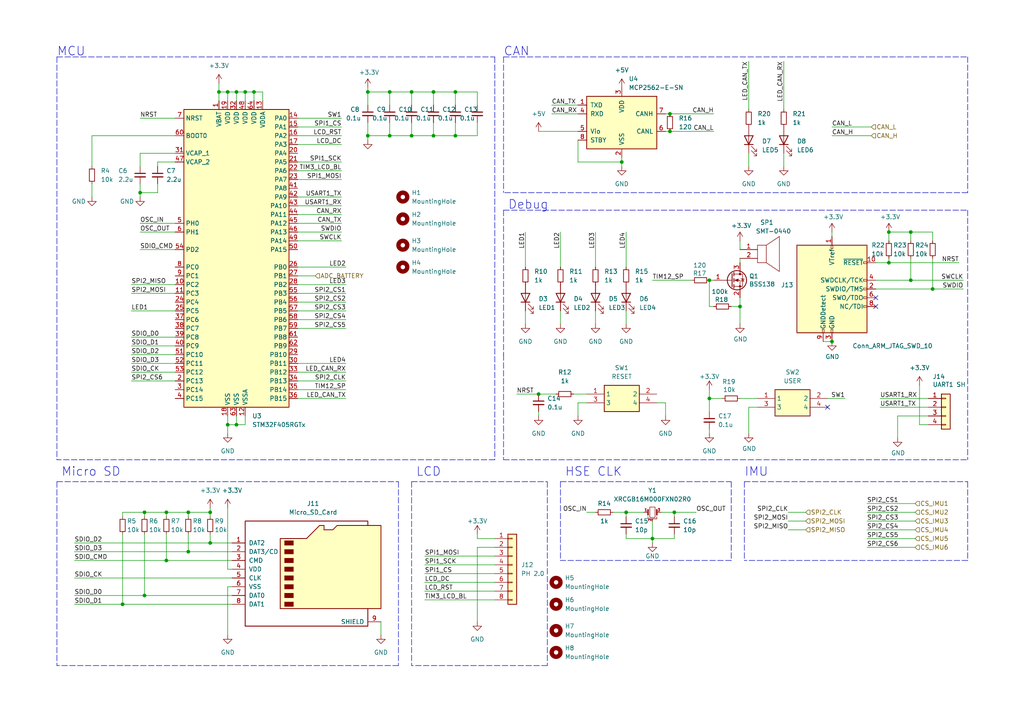
<source format=kicad_sch>
(kicad_sch (version 20231120) (generator "eeschema") (generator_version "8.0")
  (paper "A4")
  (junction (at 270.51 83.82))
  (junction (at 66.04 123.19))
  (junction (at 35.56 175.26))
  (junction (at 113.03 39.37))
  (junction (at 132.08 26.67))
  (junction (at 41.91 148.59))
  (junction (at 41.91 172.72))
  (junction (at 194.31 33.02))
  (junction (at 181.61 148.59))
  (junction (at 73.66 26.67))
  (junction (at 68.58 26.67))
  (junction (at 214.63 88.9))
  (junction (at 257.81 67.31))
  (junction (at 106.68 39.37))
  (junction (at 125.73 26.67))
  (junction (at 264.16 67.31))
  (junction (at 48.26 162.56))
  (junction (at 156.21 114.3))
  (junction (at 60.96 157.48))
  (junction (at 195.58 148.59))
  (junction (at 66.04 26.67))
  (junction (at 119.38 39.37))
  (junction (at 125.73 39.37))
  (junction (at 40.64 55.88))
  (junction (at 205.74 81.28))
  (junction (at 54.61 148.59))
  (junction (at 113.03 26.67))
  (junction (at 68.58 123.19))
  (junction (at 60.96 148.59))
  (junction (at 119.38 26.67))
  (junction (at 132.08 39.37))
  (junction (at 241.3 99.06))
  (junction (at 194.31 38.1))
  (junction (at 180.34 46.99))
  (junction (at 63.5 26.67))
  (junction (at 205.74 115.57))
  (junction (at 189.23 156.21))
  (junction (at 257.81 76.2))
  (junction (at 71.12 26.67))
  (junction (at 48.26 148.59))
  (junction (at 106.68 26.67))
  (junction (at 264.16 81.28))
  (junction (at 54.61 160.02))
  (no_connect (at 254 86.36))
  (no_connect (at 254 88.9))
  (no_connect (at 240.03 118.11))
  (wire (pts (xy 138.43 180.34) (xy 138.43 158.75)))
  (wire (pts (xy 167.64 116.84) (xy 170.18 116.84)))
  (wire (pts (xy 106.68 26.67) (xy 106.68 30.48)))
  (polyline (pts (xy 158.75 139.7) (xy 158.75 193.04)) (stroke (width 0) (type dash)))
  (wire (pts (xy 228.6 148.59) (xy 233.68 148.59)))
  (wire (pts (xy 26.67 39.37) (xy 50.8 39.37)))
  (wire (pts (xy 41.91 172.72) (xy 41.91 154.94)))
  (wire (pts (xy 73.66 26.67) (xy 73.66 29.21)))
  (wire (pts (xy 205.74 88.9) (xy 205.74 81.28)))
  (wire (pts (xy 251.46 153.67) (xy 265.43 153.67)))
  (wire (pts (xy 76.2 29.21) (xy 76.2 26.67)))
  (wire (pts (xy 167.64 46.99) (xy 180.34 46.99)))
  (wire (pts (xy 66.04 184.15) (xy 66.04 170.18)))
  (wire (pts (xy 217.17 44.45) (xy 217.17 48.26)))
  (wire (pts (xy 260.35 120.65) (xy 260.35 127)))
  (wire (pts (xy 186.69 148.59) (xy 181.61 148.59)))
  (wire (pts (xy 205.74 113.03) (xy 205.74 115.57)))
  (wire (pts (xy 138.43 39.37) (xy 132.08 39.37)))
  (wire (pts (xy 172.72 90.17) (xy 172.72 93.98)))
  (wire (pts (xy 21.59 175.26) (xy 35.56 175.26)))
  (wire (pts (xy 217.17 125.73) (xy 217.17 118.11)))
  (wire (pts (xy 125.73 26.67) (xy 125.73 30.48)))
  (wire (pts (xy 181.61 67.31) (xy 181.61 77.47)))
  (wire (pts (xy 86.36 41.91) (xy 99.06 41.91)))
  (wire (pts (xy 86.36 95.25) (xy 100.33 95.25)))
  (wire (pts (xy 40.64 55.88) (xy 45.72 55.88)))
  (wire (pts (xy 50.8 44.45) (xy 40.64 44.45)))
  (wire (pts (xy 138.43 154.94) (xy 138.43 156.21)))
  (wire (pts (xy 123.19 171.45) (xy 143.51 171.45)))
  (wire (pts (xy 86.36 64.77) (xy 99.06 64.77)))
  (wire (pts (xy 45.72 48.26) (xy 45.72 46.99)))
  (wire (pts (xy 86.36 52.07) (xy 99.06 52.07)))
  (wire (pts (xy 123.19 161.29) (xy 143.51 161.29)))
  (wire (pts (xy 251.46 158.75) (xy 265.43 158.75)))
  (wire (pts (xy 71.12 26.67) (xy 73.66 26.67)))
  (wire (pts (xy 241.3 99.06) (xy 238.76 99.06)))
  (wire (pts (xy 214.63 74.93) (xy 214.63 76.2)))
  (wire (pts (xy 162.56 90.17) (xy 162.56 93.98)))
  (wire (pts (xy 266.7 123.19) (xy 266.7 111.76)))
  (wire (pts (xy 66.04 165.1) (xy 66.04 147.32)))
  (wire (pts (xy 100.33 107.95) (xy 86.36 107.95)))
  (wire (pts (xy 205.74 124.46) (xy 205.74 125.73)))
  (wire (pts (xy 270.51 74.93) (xy 270.51 83.82)))
  (polyline (pts (xy 146.05 60.96) (xy 146.05 102.87)) (stroke (width 0) (type dash)))
  (wire (pts (xy 214.63 69.85) (xy 214.63 72.39)))
  (wire (pts (xy 60.96 147.32) (xy 60.96 148.59)))
  (polyline (pts (xy 162.56 139.7) (xy 212.09 139.7)) (stroke (width 0) (type dash)))
  (wire (pts (xy 195.58 148.59) (xy 201.93 148.59)))
  (wire (pts (xy 270.51 67.31) (xy 264.16 67.31)))
  (wire (pts (xy 166.37 114.3) (xy 170.18 114.3)))
  (polyline (pts (xy 212.09 139.7) (xy 212.09 162.56)) (stroke (width 0) (type dash)))
  (wire (pts (xy 86.36 92.71) (xy 100.33 92.71)))
  (wire (pts (xy 138.43 156.21) (xy 143.51 156.21)))
  (wire (pts (xy 195.58 148.59) (xy 195.58 149.86)))
  (wire (pts (xy 38.1 105.41) (xy 50.8 105.41)))
  (wire (pts (xy 100.33 115.57) (xy 86.36 115.57)))
  (wire (pts (xy 214.63 88.9) (xy 214.63 93.98)))
  (wire (pts (xy 205.74 81.28) (xy 207.01 81.28)))
  (wire (pts (xy 193.04 116.84) (xy 190.5 116.84)))
  (wire (pts (xy 123.19 168.91) (xy 143.51 168.91)))
  (wire (pts (xy 48.26 149.86) (xy 48.26 148.59)))
  (wire (pts (xy 170.18 148.59) (xy 172.72 148.59)))
  (wire (pts (xy 217.17 17.78) (xy 217.17 31.75)))
  (wire (pts (xy 252.73 39.37) (xy 241.3 39.37)))
  (polyline (pts (xy 280.67 139.7) (xy 280.67 162.56)) (stroke (width 0) (type dash)))
  (wire (pts (xy 38.1 85.09) (xy 50.8 85.09)))
  (polyline (pts (xy 119.38 139.7) (xy 119.38 193.04)) (stroke (width 0) (type dash)))
  (wire (pts (xy 35.56 149.86) (xy 35.56 148.59)))
  (polyline (pts (xy 146.05 16.51) (xy 280.67 16.51)) (stroke (width 0) (type dash)))
  (wire (pts (xy 86.36 59.69) (xy 99.06 59.69)))
  (wire (pts (xy 189.23 151.13) (xy 189.23 156.21)))
  (wire (pts (xy 54.61 160.02) (xy 54.61 154.94)))
  (wire (pts (xy 251.46 146.05) (xy 265.43 146.05)))
  (wire (pts (xy 138.43 35.56) (xy 138.43 39.37)))
  (wire (pts (xy 241.3 67.31) (xy 241.3 68.58)))
  (wire (pts (xy 26.67 53.34) (xy 26.67 57.15)))
  (wire (pts (xy 113.03 26.67) (xy 113.03 30.48)))
  (polyline (pts (xy 212.09 162.56) (xy 162.56 162.56)) (stroke (width 0) (type dash)))
  (wire (pts (xy 66.04 170.18) (xy 67.31 170.18)))
  (wire (pts (xy 86.36 77.47) (xy 100.33 77.47)))
  (polyline (pts (xy 215.9 139.7) (xy 280.67 139.7)) (stroke (width 0) (type dash)))
  (wire (pts (xy 123.19 163.83) (xy 143.51 163.83)))
  (polyline (pts (xy 215.9 139.7) (xy 215.9 162.56)) (stroke (width 0) (type dash)))
  (wire (pts (xy 152.4 90.17) (xy 152.4 93.98)))
  (wire (pts (xy 125.73 35.56) (xy 125.73 39.37)))
  (wire (pts (xy 86.36 87.63) (xy 100.33 87.63)))
  (wire (pts (xy 86.36 82.55) (xy 100.33 82.55)))
  (wire (pts (xy 180.34 46.99) (xy 180.34 48.26)))
  (wire (pts (xy 66.04 26.67) (xy 68.58 26.67)))
  (wire (pts (xy 195.58 154.94) (xy 195.58 156.21)))
  (wire (pts (xy 86.36 49.53) (xy 99.06 49.53)))
  (wire (pts (xy 110.49 180.34) (xy 110.49 184.15)))
  (wire (pts (xy 40.64 53.34) (xy 40.64 55.88)))
  (polyline (pts (xy 280.67 162.56) (xy 215.9 162.56)) (stroke (width 0) (type dash)))
  (wire (pts (xy 86.36 67.31) (xy 99.06 67.31)))
  (polyline (pts (xy 280.67 55.88) (xy 146.05 55.88)) (stroke (width 0) (type dash)))
  (polyline (pts (xy 143.51 16.51) (xy 143.51 133.35)) (stroke (width 0) (type dash)))
  (wire (pts (xy 251.46 151.13) (xy 265.43 151.13)))
  (wire (pts (xy 167.64 120.65) (xy 167.64 116.84)))
  (wire (pts (xy 189.23 81.28) (xy 200.66 81.28)))
  (wire (pts (xy 41.91 149.86) (xy 41.91 148.59)))
  (wire (pts (xy 177.8 148.59) (xy 181.61 148.59)))
  (wire (pts (xy 45.72 53.34) (xy 45.72 55.88)))
  (wire (pts (xy 138.43 30.48) (xy 138.43 26.67)))
  (wire (pts (xy 156.21 114.3) (xy 161.29 114.3)))
  (wire (pts (xy 160.02 33.02) (xy 167.64 33.02)))
  (wire (pts (xy 119.38 26.67) (xy 119.38 30.48)))
  (wire (pts (xy 254 83.82) (xy 270.51 83.82)))
  (wire (pts (xy 35.56 148.59) (xy 41.91 148.59)))
  (wire (pts (xy 60.96 148.59) (xy 60.96 149.86)))
  (polyline (pts (xy 158.75 193.04) (xy 119.38 193.04)) (stroke (width 0) (type dash)))
  (wire (pts (xy 71.12 123.19) (xy 68.58 123.19)))
  (wire (pts (xy 86.36 113.03) (xy 100.33 113.03)))
  (wire (pts (xy 40.64 67.31) (xy 50.8 67.31)))
  (wire (pts (xy 132.08 26.67) (xy 132.08 30.48)))
  (wire (pts (xy 152.4 67.31) (xy 152.4 77.47)))
  (wire (pts (xy 264.16 74.93) (xy 264.16 81.28)))
  (polyline (pts (xy 280.67 60.96) (xy 280.67 102.87)) (stroke (width 0) (type dash)))
  (wire (pts (xy 257.81 76.2) (xy 278.13 76.2)))
  (wire (pts (xy 167.64 40.64) (xy 167.64 46.99)))
  (wire (pts (xy 68.58 120.65) (xy 68.58 123.19)))
  (wire (pts (xy 21.59 160.02) (xy 54.61 160.02)))
  (wire (pts (xy 172.72 67.31) (xy 172.72 77.47)))
  (wire (pts (xy 269.24 118.11) (xy 255.27 118.11)))
  (wire (pts (xy 86.36 110.49) (xy 100.33 110.49)))
  (wire (pts (xy 252.73 36.83) (xy 241.3 36.83)))
  (wire (pts (xy 193.04 33.02) (xy 194.31 33.02)))
  (wire (pts (xy 67.31 172.72) (xy 41.91 172.72)))
  (wire (pts (xy 54.61 148.59) (xy 60.96 148.59)))
  (wire (pts (xy 214.63 86.36) (xy 214.63 88.9)))
  (wire (pts (xy 86.36 34.29) (xy 99.06 34.29)))
  (wire (pts (xy 270.51 83.82) (xy 279.4 83.82)))
  (wire (pts (xy 212.09 88.9) (xy 214.63 88.9)))
  (wire (pts (xy 86.36 62.23) (xy 99.06 62.23)))
  (wire (pts (xy 113.03 26.67) (xy 119.38 26.67)))
  (polyline (pts (xy 119.38 139.7) (xy 158.75 139.7)) (stroke (width 0) (type dash)))
  (wire (pts (xy 125.73 26.67) (xy 132.08 26.67)))
  (wire (pts (xy 125.73 39.37) (xy 132.08 39.37)))
  (polyline (pts (xy 162.56 139.7) (xy 162.56 162.56)) (stroke (width 0) (type dash)))
  (wire (pts (xy 156.21 119.38) (xy 156.21 120.65)))
  (wire (pts (xy 181.61 156.21) (xy 189.23 156.21)))
  (wire (pts (xy 251.46 156.21) (xy 265.43 156.21)))
  (wire (pts (xy 181.61 90.17) (xy 181.61 93.98)))
  (wire (pts (xy 149.86 114.3) (xy 156.21 114.3)))
  (wire (pts (xy 257.81 67.31) (xy 257.81 69.85)))
  (wire (pts (xy 40.64 34.29) (xy 50.8 34.29)))
  (wire (pts (xy 132.08 26.67) (xy 138.43 26.67)))
  (wire (pts (xy 67.31 175.26) (xy 35.56 175.26)))
  (wire (pts (xy 67.31 162.56) (xy 48.26 162.56)))
  (polyline (pts (xy 280.67 16.51) (xy 280.67 55.88)) (stroke (width 0) (type dash)))
  (wire (pts (xy 251.46 148.59) (xy 265.43 148.59)))
  (wire (pts (xy 264.16 67.31) (xy 257.81 67.31)))
  (wire (pts (xy 189.23 156.21) (xy 189.23 157.48)))
  (wire (pts (xy 113.03 39.37) (xy 119.38 39.37)))
  (wire (pts (xy 106.68 26.67) (xy 113.03 26.67)))
  (wire (pts (xy 181.61 148.59) (xy 181.61 149.86)))
  (wire (pts (xy 106.68 26.67) (xy 106.68 25.4)))
  (wire (pts (xy 189.23 156.21) (xy 195.58 156.21)))
  (wire (pts (xy 194.31 38.1) (xy 207.01 38.1)))
  (wire (pts (xy 269.24 120.65) (xy 260.35 120.65)))
  (wire (pts (xy 254 76.2) (xy 257.81 76.2)))
  (wire (pts (xy 156.21 38.1) (xy 167.64 38.1)))
  (wire (pts (xy 227.33 17.78) (xy 227.33 31.75)))
  (wire (pts (xy 245.11 115.57) (xy 240.03 115.57)))
  (wire (pts (xy 54.61 149.86) (xy 54.61 148.59)))
  (wire (pts (xy 67.31 157.48) (xy 60.96 157.48)))
  (wire (pts (xy 86.36 85.09) (xy 100.33 85.09)))
  (wire (pts (xy 228.6 151.13) (xy 233.68 151.13)))
  (wire (pts (xy 86.36 105.41) (xy 100.33 105.41)))
  (polyline (pts (xy 16.51 16.51) (xy 16.51 133.35)) (stroke (width 0) (type dash)))
  (wire (pts (xy 269.24 115.57) (xy 255.27 115.57)))
  (wire (pts (xy 41.91 148.59) (xy 48.26 148.59)))
  (wire (pts (xy 60.96 157.48) (xy 60.96 154.94)))
  (wire (pts (xy 86.36 90.17) (xy 100.33 90.17)))
  (polyline (pts (xy 280.67 102.87) (xy 280.67 133.35)) (stroke (width 0) (type dash)))
  (wire (pts (xy 264.16 69.85) (xy 264.16 67.31)))
  (wire (pts (xy 205.74 115.57) (xy 205.74 119.38)))
  (wire (pts (xy 73.66 26.67) (xy 76.2 26.67)))
  (wire (pts (xy 205.74 115.57) (xy 209.55 115.57)))
  (wire (pts (xy 257.81 74.93) (xy 257.81 76.2)))
  (wire (pts (xy 38.1 97.79) (xy 50.8 97.79)))
  (wire (pts (xy 21.59 172.72) (xy 41.91 172.72)))
  (polyline (pts (xy 146.05 102.87) (xy 146.05 102.87)) (stroke (width 0) (type dash)))
  (wire (pts (xy 228.6 153.67) (xy 233.68 153.67)))
  (polyline (pts (xy 143.51 133.35) (xy 16.51 133.35)) (stroke (width 0) (type dash)))
  (wire (pts (xy 254 81.28) (xy 264.16 81.28)))
  (polyline (pts (xy 115.57 139.7) (xy 115.57 193.04)) (stroke (width 0) (type dash)))
  (wire (pts (xy 68.58 26.67) (xy 71.12 26.67)))
  (wire (pts (xy 67.31 165.1) (xy 66.04 165.1)))
  (wire (pts (xy 38.1 90.17) (xy 50.8 90.17)))
  (wire (pts (xy 68.58 29.21) (xy 68.58 26.67)))
  (wire (pts (xy 66.04 26.67) (xy 63.5 26.67)))
  (wire (pts (xy 66.04 29.21) (xy 66.04 26.67)))
  (wire (pts (xy 269.24 123.19) (xy 266.7 123.19)))
  (wire (pts (xy 162.56 67.31) (xy 162.56 77.47)))
  (wire (pts (xy 38.1 107.95) (xy 50.8 107.95)))
  (wire (pts (xy 123.19 166.37) (xy 143.51 166.37)))
  (wire (pts (xy 106.68 39.37) (xy 113.03 39.37)))
  (wire (pts (xy 35.56 175.26) (xy 35.56 154.94)))
  (wire (pts (xy 138.43 158.75) (xy 143.51 158.75)))
  (polyline (pts (xy 146.05 133.35) (xy 280.67 133.35)) (stroke (width 0) (type dash)))
  (wire (pts (xy 45.72 46.99) (xy 50.8 46.99)))
  (wire (pts (xy 38.1 102.87) (xy 50.8 102.87)))
  (polyline (pts (xy 16.51 139.7) (xy 16.51 193.04)) (stroke (width 0) (type dash)))
  (wire (pts (xy 217.17 118.11) (xy 219.71 118.11)))
  (wire (pts (xy 227.33 44.45) (xy 227.33 48.26)))
  (wire (pts (xy 71.12 26.67) (xy 71.12 29.21)))
  (wire (pts (xy 38.1 110.49) (xy 50.8 110.49)))
  (wire (pts (xy 119.38 39.37) (xy 125.73 39.37)))
  (wire (pts (xy 106.68 35.56) (xy 106.68 39.37)))
  (wire (pts (xy 63.5 24.13) (xy 63.5 26.67)))
  (wire (pts (xy 193.04 120.65) (xy 193.04 116.84)))
  (wire (pts (xy 38.1 82.55) (xy 50.8 82.55)))
  (wire (pts (xy 71.12 120.65) (xy 71.12 123.19)))
  (wire (pts (xy 86.36 80.01) (xy 91.44 80.01)))
  (wire (pts (xy 67.31 160.02) (xy 54.61 160.02)))
  (polyline (pts (xy 16.51 139.7) (xy 115.57 139.7)) (stroke (width 0) (type dash)))
  (wire (pts (xy 270.51 69.85) (xy 270.51 67.31)))
  (wire (pts (xy 21.59 162.56) (xy 48.26 162.56)))
  (polyline (pts (xy 146.05 60.96) (xy 280.67 60.96)) (stroke (width 0) (type dash)))
  (wire (pts (xy 48.26 162.56) (xy 48.26 154.94)))
  (wire (pts (xy 40.64 44.45) (xy 40.64 48.26)))
  (wire (pts (xy 86.36 36.83) (xy 99.06 36.83)))
  (wire (pts (xy 123.19 173.99) (xy 143.51 173.99)))
  (wire (pts (xy 26.67 48.26) (xy 26.67 39.37)))
  (wire (pts (xy 21.59 167.64) (xy 67.31 167.64)))
  (wire (pts (xy 48.26 148.59) (xy 54.61 148.59)))
  (wire (pts (xy 119.38 26.67) (xy 125.73 26.67)))
  (wire (pts (xy 181.61 154.94) (xy 181.61 156.21)))
  (wire (pts (xy 86.36 46.99) (xy 99.06 46.99)))
  (wire (pts (xy 68.58 123.19) (xy 66.04 123.19)))
  (wire (pts (xy 180.34 45.72) (xy 180.34 46.99)))
  (polyline (pts (xy 115.57 193.04) (xy 16.51 193.04)) (stroke (width 0) (type dash)))
  (wire (pts (xy 207.01 88.9) (xy 205.74 88.9)))
  (wire (pts (xy 99.06 39.37) (xy 86.36 39.37)))
  (wire (pts (xy 50.8 64.77) (xy 40.64 64.77)))
  (wire (pts (xy 132.08 35.56) (xy 132.08 39.37)))
  (wire (pts (xy 21.59 157.48) (xy 60.96 157.48)))
  (polyline (pts (xy 146.05 16.51) (xy 146.05 55.88)) (stroke (width 0) (type dash)))
  (wire (pts (xy 214.63 115.57) (xy 219.71 115.57)))
  (polyline (pts (xy 16.51 16.51) (xy 143.51 16.51)) (stroke (width 0) (type dash)))
  (wire (pts (xy 193.04 38.1) (xy 194.31 38.1)))
  (wire (pts (xy 63.5 26.67) (xy 63.5 29.21)))
  (wire (pts (xy 194.31 33.02) (xy 207.01 33.02)))
  (wire (pts (xy 40.64 55.88) (xy 40.64 57.15)))
  (wire (pts (xy 66.04 120.65) (xy 66.04 123.19)))
  (wire (pts (xy 113.03 35.56) (xy 113.03 39.37)))
  (wire (pts (xy 38.1 100.33) (xy 50.8 100.33)))
  (wire (pts (xy 66.04 123.19) (xy 66.04 125.73)))
  (wire (pts (xy 191.77 148.59) (xy 195.58 148.59)))
  (polyline (pts (xy 146.05 102.87) (xy 146.05 133.35)) (stroke (width 0) (type dash)))
  (wire (pts (xy 106.68 39.37) (xy 106.68 40.64)))
  (wire (pts (xy 264.16 81.28) (xy 279.4 81.28)))
  (wire (pts (xy 160.02 30.48) (xy 167.64 30.48)))
  (wire (pts (xy 86.36 69.85) (xy 99.06 69.85)))
  (wire (pts (xy 119.38 35.56) (xy 119.38 39.37)))
  (wire (pts (xy 86.36 57.15) (xy 99.06 57.15)))
  (wire (pts (xy 40.64 72.39) (xy 50.8 72.39)))
  (text "CAN" (at 146.05 16.51 0) (effects (font (size 2.54 2.54)) (justify left bottom)))
  (text "MCU" (at 16.51 16.51 0) (effects (font (size 2.54 2.54)) (justify left bottom)))
  (text "Micro SD" (at 17.78 138.43 0) (effects (font (size 2.54 2.54)) (justify left bottom)))
  (text "Debug" (at 147.32 60.96 0) (effects (font (size 2.54 2.54)) (justify left bottom)))
  (text "IMU\n" (at 215.9 138.43 0) (effects (font (size 2.54 2.54)) (justify left bottom)))
  (text "HSE CLK" (at 163.83 138.43 0) (effects (font (size 2.54 2.54)) (justify left bottom)))
  (text "LCD" (at 120.65 138.43 0) (effects (font (size 2.54 2.54)) (justify left bottom)))
  (label "SDIO_D3" (at 38.1 105.41 0))
  (label "SWDIO" (at 279.4 83.82 180))
  (label "SDIO_CK" (at 21.59 167.64 0))
  (label "SPI2_CS3" (at 251.46 151.13 0))
  (label "SPI2_CS4" (at 251.46 153.67 0))
  (label "SPI2_CS2" (at 251.46 148.59 0))
  (label "TIM3_LCD_BL" (at 99.06 49.53 180))
  (label "SW1" (at 245.11 115.57 180))
  (label "CAN_L" (at 241.3 36.83 0))
  (label "SPI2_MISO" (at 228.6 153.67 180))
  (label "SDIO_D0" (at 38.1 97.79 0))
  (label "SWCLK" (at 99.06 69.85 180))
  (label "TIM12_SP" (at 100.33 113.03 180))
  (label "LED2" (at 100.33 77.47 180))
  (label "SWCLK" (at 279.4 81.28 180))
  (label "LCD_RST" (at 123.19 171.45 0))
  (label "TIM12_SP" (at 189.23 81.28 0))
  (label "SWDIO" (at 99.06 67.31 180))
  (label "CAN_H" (at 241.3 39.37 0))
  (label "LED1" (at 152.4 67.31 270))
  (label "LED_CAN_RX" (at 227.33 17.78 270))
  (label "CAN_RX" (at 99.06 62.23 180))
  (label "SPI2_CLK" (at 100.33 110.49 180))
  (label "OSC_OUT" (at 201.93 148.59 0))
  (label "SPI2_CS6" (at 38.1 110.49 0))
  (label "SPI2_CS3" (at 100.33 90.17 180))
  (label "SPI2_CLK" (at 228.6 148.59 180))
  (label "SPI2_CS2" (at 100.33 87.63 180))
  (label "CAN_TX" (at 160.02 30.48 0))
  (label "SPI2_MISO" (at 38.1 82.55 0))
  (label "LCD_DC" (at 99.06 41.91 180))
  (label "SDIO_D1" (at 21.59 175.26 0))
  (label "LED_CAN_TX" (at 100.33 115.57 180))
  (label "OSC_IN" (at 170.18 148.59 180))
  (label "USART1_TX" (at 255.27 118.11 0))
  (label "SDIO_CK" (at 38.1 107.95 0))
  (label "SW1" (at 99.06 34.29 180))
  (label "SPI1_MOSI" (at 123.19 161.29 0))
  (label "USART1_TX" (at 99.06 57.15 180))
  (label "SDIO_D2" (at 21.59 157.48 0))
  (label "LED3" (at 100.33 82.55 180))
  (label "CAN_TX" (at 99.06 64.77 180))
  (label "SPI2_CS4" (at 100.33 92.71 180))
  (label "USART1_RX" (at 255.27 115.57 0))
  (label "SPI1_SCK" (at 123.19 163.83 0))
  (label "LCD_RST" (at 99.06 39.37 180))
  (label "SPI1_CS" (at 123.19 166.37 0))
  (label "CAN_L" (at 207.01 38.1 180))
  (label "OSC_IN" (at 40.64 64.77 0))
  (label "SPI2_CS6" (at 251.46 158.75 0))
  (label "OSC_OUT" (at 40.64 67.31 0))
  (label "LCD_DC" (at 123.19 168.91 0))
  (label "NRST" (at 149.86 114.3 0))
  (label "SDIO_CMD" (at 40.64 72.39 0))
  (label "SPI2_MOSI" (at 228.6 151.13 180))
  (label "LED1" (at 38.1 90.17 0))
  (label "LED4" (at 100.33 105.41 180))
  (label "CAN_H" (at 207.01 33.02 180))
  (label "LED_CAN_RX" (at 100.33 107.95 180))
  (label "NRST" (at 278.13 76.2 180))
  (label "SDIO_D0" (at 21.59 172.72 0))
  (label "SPI2_CS1" (at 100.33 85.09 180))
  (label "TIM3_LCD_BL" (at 123.19 173.99 0))
  (label "NRST" (at 40.64 34.29 0))
  (label "LED4" (at 181.61 67.31 270))
  (label "SPI1_SCK" (at 99.06 46.99 180))
  (label "LED_CAN_TX" (at 217.17 17.78 270))
  (label "SDIO_D2" (at 38.1 102.87 0))
  (label "SPI2_MOSI" (at 38.1 85.09 0))
  (label "LED2" (at 162.56 67.31 270))
  (label "SPI2_CS5" (at 251.46 156.21 0))
  (label "CAN_RX" (at 160.02 33.02 0))
  (label "SDIO_CMD" (at 21.59 162.56 0))
  (label "SDIO_D3" (at 21.59 160.02 0))
  (label "SPI2_CS1" (at 251.46 146.05 0))
  (label "SPI2_CS5" (at 100.33 95.25 180))
  (label "USART1_RX" (at 99.06 59.69 180))
  (label "LED3" (at 172.72 67.31 270))
  (label "SPI1_CS" (at 99.06 36.83 180))
  (label "SDIO_D1" (at 38.1 100.33 0))
  (label "SPI1_MOSI" (at 99.06 52.07 180))
  (hierarchical_label "SPI2_MISO" (shape input) (at 233.68 153.67 0))
  (hierarchical_label "CS_IMU5" (shape input) (at 265.43 156.21 0))
  (hierarchical_label "CS_IMU1" (shape input) (at 265.43 146.05 0))
  (hierarchical_label "CAN_L" (shape input) (at 252.73 36.83 0))
  (hierarchical_label "CS_IMU6" (shape input) (at 265.43 158.75 0))
  (hierarchical_label "SPI2_CLK" (shape input) (at 233.68 148.59 0))
  (hierarchical_label "SPI2_MOSI" (shape input) (at 233.68 151.13 0))
  (hierarchical_label "CS_IMU2" (shape input) (at 265.43 148.59 0))
  (hierarchical_label "CS_IMU4" (shape input) (at 265.43 153.67 0))
  (hierarchical_label "ADC_BATTERY" (shape input) (at 91.44 80.01 0))
  (hierarchical_label "CAN_H" (shape input) (at 252.73 39.37 0))
  (hierarchical_label "CS_IMU3" (shape input) (at 265.43 151.13 0))
  (symbol (lib_id "power:GND") (at 138.43 180.34 0) (unit 1)
    (property "Reference" "#PWR049" (effects (hide yes)))
    (property "Value" "GND" (at 138.43 185.42 0))
  )
  (symbol (lib_id "Mechanical:MountingHole") (at 116.84 63.5 0) (unit 1)
    (property "Reference" "H2" (at 119.38 62.2299 0) (effects (justify left)))
    (property "Value" "MountingHole" (at 119.38 64.7699 0) (effects (justify left)))
    (property "Footprint" "MountingHole:MountingHole_3.2mm_M3_Pad_TopBottom" (effects (hide yes)))
  )
  (symbol (lib_id "Device:C_Small") (at 113.03 33.02 0) (unit 1)
    (property "Reference" "C9" (at 109.22 31.75 0) (effects (justify left)))
    (property "Value" "0.1u" (at 107.95 34.29 0) (effects (justify left)))
    (property "Footprint" "Capacitor_SMD:C_0603_1608Metric_Pad1.08x0.95mm_HandSolder" (effects (hide yes)))
  )
  (symbol (lib_id "Device:C_Small") (at 40.64 50.8 0) (unit 1)
    (property "Reference" "C6" (at 34.29 49.53 0) (effects (justify left)))
    (property "Value" "2.2u" (at 34.29 52.07 0) (effects (justify left)))
    (property "Footprint" "Capacitor_SMD:C_0603_1608Metric_Pad1.08x0.95mm_HandSolder" (effects (hide yes)))
  )
  (symbol (lib_id "Device:R_Small") (at 163.83 114.3 90) (unit 1)
    (property "Reference" "R12" (at 163.83 107.95 90))
    (property "Value" "1k" (at 163.83 110.49 90))
    (property "Footprint" "Resistor_SMD:R_0603_1608Metric_Pad0.98x0.95mm_HandSolder" (effects (hide yes)))
  )
  (symbol (lib_id "power:+3.3V") (at 106.68 25.4 0) (unit 1)
    (property "Reference" "#PWR045" (effects (hide yes)))
    (property "Value" "+3.3V" (at 107.061 21.0058 0))
  )
  (symbol (lib_id "power:GND") (at 205.74 125.73 0) (unit 1)
    (property "Reference" "#PWR062" (effects (hide yes)))
    (property "Value" "GND" (at 205.74 130.81 0))
  )
  (symbol (lib_id "bldc_lib:SKRPACE010") (at 219.71 115.57 0) (unit 1)
    (property "Reference" "SW2" (at 229.87 107.95 0))
    (property "Value" "USER" (at 229.87 110.49 0))
    (property "Footprint" "bldc_lib:SKRPACE010" (effects (hide yes)))
    (property "Reference_1" "S" (effects (hide yes)))
    (property "Value_1" "SKRPACE010" (effects (hide yes)))
    (property "Footprint_1" "SMT(4.2X3.2)" (effects (hide yes)))
    (property "Datasheet_1" "http://www.alps.com/prod/info/E/HTML/Tact/SurfaceMount/SKRP/SKRPACE010.html" (effects (hide yes)))
    (property "Manufacturer_Name" "ALPS Electric" (effects (hide yes)))
    (property "Manufacturer_Part_Number" "SKRPACE010" (effects (hide yes)))
    (property "Mouser Part Number" "688-SKRPACE010" (effects (hide yes)))
    (property "Mouser Price/Stock" "https://www.mouser.co.uk/ProductDetail/Alps-Alpine/SKRPACE010?qs=dHDuPHwQO79W8iY66hDbLQ%3D%3D" (effects (hide yes)))
    (property "Arrow Part Number" "SKRPACE010" (effects (hide yes)))
    (property "Arrow Price/Stock" "https://www.arrow.com/en/products/skrpace010/alps-electric" (effects (hide yes)))
  )
  (symbol (lib_id "Device:C_Small") (at 106.68 33.02 0) (unit 1)
    (property "Reference" "C8" (at 101.6 31.75 0) (effects (justify left)))
    (property "Value" "0.1u" (at 100.33 34.29 0) (effects (justify left)))
    (property "Footprint" "Capacitor_SMD:C_0603_1608Metric_Pad1.08x0.95mm_HandSolder" (effects (hide yes)))
  )
  (symbol (lib_id "power:+3.3V") (at 60.96 147.32 0) (unit 1)
    (property "Reference" "#PWR040" (effects (hide yes)))
    (property "Value" "+3.3V" (at 60.96 142.24 0))
  )
  (symbol (lib_id "Device:C_Small") (at 156.21 116.84 0) (unit 1)
    (property "Reference" "C14" (at 158.75 115.5762 0) (effects (justify left)))
    (property "Value" "0.1u" (at 158.75 118.1162 0) (effects (justify left)))
    (property "Footprint" "Capacitor_SMD:C_0603_1608Metric_Pad1.08x0.95mm_HandSolder" (effects (hide yes)))
  )
  (symbol (lib_id "Device:R_Small") (at 35.56 152.4 0) (unit 1)
    (property "Reference" "R5" (at 36.83 151.13 0) (effects (justify left)))
    (property "Value" "10k" (at 36.83 153.67 0) (effects (justify left)))
    (property "Footprint" "Resistor_SMD:R_0603_1608Metric_Pad0.98x0.95mm_HandSolder" (effects (hide yes)))
  )
  (symbol (lib_id "Mechanical:MountingHole") (at 161.29 189.23 0) (unit 1)
    (property "Reference" "H8" (at 163.83 187.9599 0) (effects (justify left)))
    (property "Value" "MountingHole" (at 163.83 190.4999 0) (effects (justify left)))
    (property "Footprint" "MountingHole:MountingHole_2.2mm_M2_ISO14580_Pad" (effects (hide yes)))
  )
  (symbol (lib_id "power:GND") (at 241.3 99.06 0) (unit 1)
    (property "Reference" "#PWR069" (effects (hide yes)))
    (property "Value" "GND" (at 241.427 103.4542 0))
  )
  (symbol (lib_id "power:GND") (at 66.04 184.15 0) (unit 1)
    (property "Reference" "#PWR044" (effects (hide yes)))
    (property "Value" "GND" (at 66.04 189.23 0))
  )
  (symbol (lib_id "power:+3.3V") (at 257.81 67.31 0) (unit 1)
    (property "Reference" "#PWR070" (effects (hide yes)))
    (property "Value" "+3.3V" (at 258.191 62.9158 0))
  )
  (symbol (lib_id "Device:Crystal_GND2_Small") (at 189.23 148.59 0) (unit 1)
    (property "Reference" "Y1" (at 189.23 142.24 0))
    (property "Value" "XRCGB16M000FXN02R0" (at 189.23 144.78 0))
    (property "Footprint" "bldc:XRCGB16M000FXN02R0" (effects (hide yes)))
  )
  (symbol (lib_id "power:+3.3V") (at 266.7 111.76 0) (unit 1)
    (property "Reference" "#PWR072" (effects (hide yes)))
    (property "Value" "+3.3V" (at 266.7 106.68 0))
  )
  (symbol (lib_id "Device:C_Small") (at 138.43 33.02 0) (unit 1)
    (property "Reference" "C13" (at 134.62 31.75 0) (effects (justify left)))
    (property "Value" "0.1u" (at 133.35 34.29 0) (effects (justify left)))
    (property "Footprint" "Capacitor_SMD:C_0603_1608Metric_Pad1.08x0.95mm_HandSolder" (effects (hide yes)))
  )
  (symbol (lib_id "Device:R_Small") (at 26.67 50.8 0) (unit 1)
    (property "Reference" "R4" (at 29.21 49.5299 0) (effects (justify left)))
    (property "Value" "10k" (at 29.21 52.0699 0) (effects (justify left)))
    (property "Footprint" "Resistor_SMD:R_0603_1608Metric" (effects (hide yes)))
  )
  (symbol (lib_id "Device:R_Small") (at 172.72 80.01 0) (unit 1)
    (property "Reference" "R13" (at 175.26 78.7399 0) (effects (justify left)))
    (property "Value" "1k" (at 175.26 81.2799 0) (effects (justify left)))
    (property "Footprint" "Resistor_SMD:R_0603_1608Metric_Pad0.98x0.95mm_HandSolder" (effects (hide yes)))
  )
  (symbol (lib_id "power:+3.3V") (at 214.63 69.85 0) (unit 1)
    (property "Reference" "#PWR063" (effects (hide yes)))
    (property "Value" "+3.3V" (at 215.011 65.4558 0))
  )
  (symbol (lib_id "power:GND") (at 193.04 120.65 0) (unit 1)
    (property "Reference" "#PWR060" (effects (hide yes)))
    (property "Value" "GND" (at 193.04 125.73 0))
  )
  (symbol (lib_id "Device:R_Small") (at 48.26 152.4 0) (unit 1)
    (property "Reference" "R7" (at 49.53 151.13 0) (effects (justify left)))
    (property "Value" "10k" (at 49.53 153.67 0) (effects (justify left)))
    (property "Footprint" "Resistor_SMD:R_0603_1608Metric_Pad0.98x0.95mm_HandSolder" (effects (hide yes)))
  )
  (symbol (lib_id "Device:R_Small") (at 60.96 152.4 0) (unit 1)
    (property "Reference" "R9" (at 62.23 151.13 0) (effects (justify left)))
    (property "Value" "10k" (at 62.23 153.67 0) (effects (justify left)))
    (property "Footprint" "Resistor_SMD:R_0603_1608Metric_Pad0.98x0.95mm_HandSolder" (effects (hide yes)))
  )
  (symbol (lib_id "Mechanical:MountingHole") (at 116.84 57.15 0) (unit 1)
    (property "Reference" "H1" (at 119.38 55.8799 0) (effects (justify left)))
    (property "Value" "MountingHole" (at 119.38 58.4199 0) (effects (justify left)))
    (property "Footprint" "MountingHole:MountingHole_3.2mm_M3_Pad_TopBottom" (effects (hide yes)))
  )
  (symbol (lib_id "power:GND") (at 180.34 48.26 0) (unit 1)
    (property "Reference" "#PWR057" (effects (hide yes)))
    (property "Value" "GND" (at 180.34 53.34 0))
  )
  (symbol (lib_id "My_Device:SMT-0440") (at 219.71 71.12 0) (unit 1)
    (property "Reference" "SP1" (at 220.472 64.516 0) (effects (justify left)))
    (property "Value" "SMT-0440" (at 219.202 67.056 0) (effects (justify left)))
    (property "Footprint" "omni:STM0440-T-R" (effects (hide yes)))
    (property "Datasheet" "https://www.puiaudio.com/media/SpecSheet/SMT-0440-T-R.pdf" (effects (hide yes)))
  )
  (symbol (lib_id "Device:R_Small") (at 217.17 34.29 0) (unit 1)
    (property "Reference" "R20" (at 219.71 33.0199 0) (effects (justify left)))
    (property "Value" "1k" (at 219.71 35.5599 0) (effects (justify left)))
    (property "Footprint" "Resistor_SMD:R_0603_1608Metric_Pad0.98x0.95mm_HandSolder" (effects (hide yes)))
  )
  (symbol (lib_id "power:GND") (at 162.56 93.98 0) (unit 1)
    (property "Reference" "#PWR053" (effects (hide yes)))
    (property "Value" "GND" (at 162.56 99.06 0))
  )
  (symbol (lib_id "Device:R_Small") (at 209.55 88.9 90) (unit 1)
    (property "Reference" "R18" (at 211.2264 86.8934 90) (effects (justify left)))
    (property "Value" "100k" (at 211.2264 84.582 90) (effects (justify left)))
    (property "Footprint" "Resistor_SMD:R_0603_1608Metric_Pad0.98x0.95mm_HandSolder" (effects (hide yes)))
  )
  (symbol (lib_id "power:+3.3V") (at 205.74 113.03 0) (unit 1)
    (property "Reference" "#PWR061" (effects (hide yes)))
    (property "Value" "+3.3V" (at 205.74 109.22 0))
  )
  (symbol (lib_id "power:GND") (at 167.64 120.65 0) (unit 1)
    (property "Reference" "#PWR054" (effects (hide yes)))
    (property "Value" "GND" (at 167.64 125.73 0))
  )
  (symbol (lib_id "Device:LED") (at 172.72 86.36 90) (unit 1)
    (property "Reference" "D5" (at 176.53 86.6774 90) (effects (justify right)))
    (property "Value" "LED3" (at 176.53 89.2174 90) (effects (justify right)))
    (property "Footprint" "LED_SMD:LED_0603_1608Metric" (effects (hide yes)))
  )
  (symbol (lib_id "Device:R_Small") (at 270.51 72.39 0) (unit 1)
    (property "Reference" "R24" (at 265.43 71.12 0) (effects (justify left)))
    (property "Value" "10k" (at 265.43 73.66 0) (effects (justify left)))
    (property "Footprint" "Resistor_SMD:R_0603_1608Metric_Pad0.98x0.95mm_HandSolder" (effects (hide yes)))
  )
  (symbol (lib_id "Mechanical:MountingHole") (at 161.29 168.91 0) (unit 1)
    (property "Reference" "H5" (at 163.83 167.6399 0) (effects (justify left)))
    (property "Value" "MountingHole" (at 163.83 170.1799 0) (effects (justify left)))
    (property "Footprint" "MountingHole:MountingHole_2.2mm_M2_ISO14580_Pad" (effects (hide yes)))
  )
  (symbol (lib_id "Mechanical:MountingHole") (at 161.29 175.26 0) (unit 1)
    (property "Reference" "H6" (at 163.83 173.9899 0) (effects (justify left)))
    (property "Value" "MountingHole" (at 163.83 176.5299 0) (effects (justify left)))
    (property "Footprint" "MountingHole:MountingHole_2.2mm_M2_ISO14580_Pad" (effects (hide yes)))
  )
  (symbol (lib_id "Device:C_Small") (at 195.58 152.4 0) (unit 1)
    (property "Reference" "C16" (at 198.12 151.1362 0) (effects (justify left)))
    (property "Value" "10p" (at 198.12 153.6762 0) (effects (justify left)))
    (property "Footprint" "Capacitor_SMD:C_0402_1005Metric_Pad0.74x0.62mm_HandSolder" (effects (hide yes)))
  )
  (symbol (lib_id "Device:C_Small") (at 125.73 33.02 0) (unit 1)
    (property "Reference" "C11" (at 121.92 31.75 0) (effects (justify left)))
    (property "Value" "0.1u" (at 120.65 34.29 0) (effects (justify left)))
    (property "Footprint" "Capacitor_SMD:C_0603_1608Metric_Pad1.08x0.95mm_HandSolder" (effects (hide yes)))
  )
  (symbol (lib_id "Device:R_Small") (at 41.91 152.4 0) (unit 1)
    (property "Reference" "R6" (at 43.18 151.13 0) (effects (justify left)))
    (property "Value" "10k" (at 43.18 153.67 0) (effects (justify left)))
    (property "Footprint" "Resistor_SMD:R_0603_1608Metric_Pad0.98x0.95mm_HandSolder" (effects (hide yes)))
  )
  (symbol (lib_id "power:+3.3V") (at 63.5 24.13 0) (unit 1)
    (property "Reference" "#PWR041" (effects (hide yes)))
    (property "Value" "+3.3V" (at 63.5 19.05 0))
  )
  (symbol (lib_id "Mechanical:MountingHole") (at 161.29 182.88 0) (unit 1)
    (property "Reference" "H7" (at 163.83 181.6099 0) (effects (justify left)))
    (property "Value" "MountingHole" (at 163.83 184.1499 0) (effects (justify left)))
    (property "Footprint" "MountingHole:MountingHole_2.2mm_M2_ISO14580_Pad" (effects (hide yes)))
  )
  (symbol (lib_id "Device:LED") (at 181.61 86.36 90) (unit 1)
    (property "Reference" "D6" (at 185.42 86.6774 90) (effects (justify right)))
    (property "Value" "LED4" (at 185.42 89.2174 90) (effects (justify right)))
    (property "Footprint" "LED_SMD:LED_0603_1608Metric" (effects (hide yes)))
  )
  (symbol (lib_id "Device:R_Small") (at 54.61 152.4 0) (unit 1)
    (property "Reference" "R8" (at 55.88 151.13 0) (effects (justify left)))
    (property "Value" "10k" (at 55.88 153.67 0) (effects (justify left)))
    (property "Footprint" "Resistor_SMD:R_0603_1608Metric_Pad0.98x0.95mm_HandSolder" (effects (hide yes)))
  )
  (symbol (lib_id "MCU_ST_STM32F4:STM32F405RGTx") (at 68.58 74.93 0) (unit 1)
    (property "Reference" "U3" (at 73.1394 120.65 0) (effects (justify left)))
    (property "Value" "STM32F405RGTx" (at 73.1394 123.19 0) (effects (justify left)))
    (property "Footprint" "Package_QFP:LQFP-64_10x10mm_P0.5mm" (effects (hide yes)))
    (property "Datasheet" "http://www.st.com/st-web-ui/static/active/en/resource/technical/document/datasheet/DM00037051.pdf" (effects (hide yes)))
  )
  (symbol (lib_id "power:GND") (at 214.63 93.98 0) (unit 1)
    (property "Reference" "#PWR064" (effects (hide yes)))
    (property "Value" "GND" (at 214.757 98.3742 0))
  )
  (symbol (lib_id "power:+3.3V") (at 138.43 154.94 0) (unit 1)
    (property "Reference" "#PWR048" (effects (hide yes)))
    (property "Value" "+3.3V" (at 138.43 151.13 0))
  )
  (symbol (lib_id "Device:C_Small") (at 119.38 33.02 0) (unit 1)
    (property "Reference" "C10" (at 115.57 31.75 0) (effects (justify left)))
    (property "Value" "0.1u" (at 114.3 34.29 0) (effects (justify left)))
    (property "Footprint" "Capacitor_SMD:C_0603_1608Metric_Pad1.08x0.95mm_HandSolder" (effects (hide yes)))
  )
  (symbol (lib_id "power:GND") (at 260.35 127 0) (unit 1)
    (property "Reference" "#PWR071" (effects (hide yes)))
    (property "Value" "GND" (at 260.477 131.3942 0))
  )
  (symbol (lib_id "Device:R_Small") (at 181.61 80.01 0) (unit 1)
    (property "Reference" "R15" (at 184.15 78.7399 0) (effects (justify left)))
    (property "Value" "1k" (at 184.15 81.2799 0) (effects (justify left)))
    (property "Footprint" "Resistor_SMD:R_0603_1608Metric_Pad0.98x0.95mm_HandSolder" (effects (hide yes)))
  )
  (symbol (lib_id "Mechanical:MountingHole") (at 116.84 71.12 0) (unit 1)
    (property "Reference" "H3" (at 119.38 69.8499 0) (effects (justify left)))
    (property "Value" "MountingHole" (at 119.38 72.3899 0) (effects (justify left)))
    (property "Footprint" "MountingHole:MountingHole_3.2mm_M3_Pad_TopBottom" (effects (hide yes)))
  )
  (symbol (lib_id "Device:LED") (at 227.33 40.64 90) (unit 1)
    (property "Reference" "D8" (at 231.14 40.9574 90) (effects (justify right)))
    (property "Value" "LED6" (at 231.14 43.4974 90) (effects (justify right)))
    (property "Footprint" "LED_SMD:LED_0603_1608Metric" (effects (hide yes)))
  )
  (symbol (lib_id "power:+5V") (at 180.34 25.4 0) (unit 1)
    (property "Reference" "#PWR056" (effects (hide yes)))
    (property "Value" "+5V" (at 180.34 20.32 0))
  )
  (symbol (lib_id "Device:R_Small") (at 212.09 115.57 90) (unit 1)
    (property "Reference" "R19" (at 213.36 110.7186 90) (effects (justify left)))
    (property "Value" "10k" (at 213.36 113.03 90) (effects (justify left)))
    (property "Footprint" "Resistor_SMD:R_0603_1608Metric_Pad0.98x0.95mm_HandSolder" (effects (hide yes)))
  )
  (symbol (lib_id "power:GND") (at 40.64 57.15 0) (unit 1)
    (property "Reference" "#PWR039" (effects (hide yes)))
    (property "Value" "GND" (at 36.83 58.42 0))
  )
  (symbol (lib_id "power:+5V") (at 156.21 38.1 0) (unit 1)
    (property "Reference" "#PWR051" (effects (hide yes)))
    (property "Value" "+5V" (at 156.21 33.02 0))
  )
  (symbol (lib_id "Device:R_Small") (at 194.31 35.56 0) (unit 1)
    (property "Reference" "R16" (at 196.85 34.2899 0) (effects (justify left)))
    (property "Value" "120" (at 196.85 36.8299 0) (effects (justify left)))
    (property "Footprint" "Resistor_SMD:R_0603_1608Metric_Pad0.98x0.95mm_HandSolder" (effects (hide yes)))
  )
  (symbol (lib_id "Device:C_Small") (at 205.74 121.92 0) (unit 1)
    (property "Reference" "C17" (at 208.28 120.6562 0) (effects (justify left)))
    (property "Value" "0.1u" (at 208.28 123.1962 0) (effects (justify left)))
    (property "Footprint" "Capacitor_SMD:C_0603_1608Metric_Pad1.08x0.95mm_HandSolder" (effects (hide yes)))
  )
  (symbol (lib_id "Device:R_Small") (at 203.2 81.28 90) (unit 1)
    (property "Reference" "R17" (at 204.8764 79.2734 90) (effects (justify left)))
    (property "Value" "120" (at 204.8764 76.962 90) (effects (justify left)))
    (property "Footprint" "Resistor_SMD:R_0603_1608Metric_Pad0.98x0.95mm_HandSolder" (effects (hide yes)))
  )
  (symbol (lib_id "power:GND") (at 26.67 57.15 0) (unit 1)
    (property "Reference" "#PWR038" (effects (hide yes)))
    (property "Value" "GND" (at 22.86 58.42 0))
  )
  (symbol (lib_id "Device:C_Small") (at 45.72 50.8 0) (unit 1)
    (property "Reference" "C7" (at 48.26 49.53 0) (effects (justify left)))
    (property "Value" "2.2u" (at 48.26 52.07 0) (effects (justify left)))
    (property "Footprint" "Capacitor_SMD:C_0603_1608Metric_Pad1.08x0.95mm_HandSolder" (effects (hide yes)))
  )
  (symbol (lib_id "Connector_Generic:Conn_01x08") (at 148.59 163.83 0) (unit 1)
    (property "Reference" "J12" (at 151.13 163.8299 0) (effects (justify left)))
    (property "Value" "PH 2.0" (at 151.13 166.3699 0) (effects (justify left)))
    (property "Footprint" "Connector_JST:JST_PH_S8B-PH-SM4-TB_1x08-1MP_P2.00mm_Horizontal" (effects (hide yes)))
  )
  (symbol (lib_id "Device:R_Small") (at 264.16 72.39 0) (unit 1)
    (property "Reference" "R23" (at 259.08 71.12 0) (effects (justify left)))
    (property "Value" "10k" (at 259.08 73.66 0) (effects (justify left)))
    (property "Footprint" "Resistor_SMD:R_0603_1608Metric_Pad0.98x0.95mm_HandSolder" (effects (hide yes)))
  )
  (symbol (lib_id "Device:C_Small") (at 132.08 33.02 0) (unit 1)
    (property "Reference" "C12" (at 128.27 31.75 0) (effects (justify left)))
    (property "Value" "0.1u" (at 127 34.29 0) (effects (justify left)))
    (property "Footprint" "Capacitor_SMD:C_0603_1608Metric_Pad1.08x0.95mm_HandSolder" (effects (hide yes)))
  )
  (symbol (lib_id "power:GND") (at 152.4 93.98 0) (unit 1)
    (property "Reference" "#PWR050" (effects (hide yes)))
    (property "Value" "GND" (at 152.4 99.06 0))
  )
  (symbol (lib_id "Device:R_Small") (at 257.81 72.39 0) (unit 1)
    (property "Reference" "R22" (at 252.73 71.12 0) (effects (justify left)))
    (property "Value" "10k" (at 252.73 73.66 0) (effects (justify left)))
    (property "Footprint" "Resistor_SMD:R_0603_1608Metric_Pad0.98x0.95mm_HandSolder" (effects (hide yes)))
  )
  (symbol (lib_id "power:+3.3V") (at 241.3 67.31 0) (unit 1)
    (property "Reference" "#PWR068" (effects (hide yes)))
    (property "Value" "+3.3V" (at 241.681 62.9158 0))
  )
  (symbol (lib_id "Connector:Conn_ARM_JTAG_SWD_10") (at 241.3 83.82 0) (unit 1)
    (property "Reference" "J13" (at 230.124 82.6516 0) (effects (justify right)))
    (property "Value" "Conn_ARM_JTAG_SWD_10" (at 270.51 100.33 0) (effects (justify right)))
    (property "Footprint" "mylib:322110010000" (effects (hide yes)))
    (property "Datasheet" "http://infocenter.arm.com/help/topic/com.arm.doc.faqs/attached/13634/cortex_debug_connectors.pdf" (effects (hide yes)))
  )
  (symbol (lib_id "power:GND") (at 217.17 125.73 0) (unit 1)
    (property "Reference" "#PWR066" (effects (hide yes)))
    (property "Value" "GND" (at 217.297 130.1242 0))
  )
  (symbol (lib_id "Device:R_Small") (at 227.33 34.29 0) (unit 1)
    (property "Reference" "R21" (at 229.87 33.0199 0) (effects (justify left)))
    (property "Value" "1k" (at 229.87 35.5599 0) (effects (justify left)))
    (property "Footprint" "Resistor_SMD:R_0603_1608Metric_Pad0.98x0.95mm_HandSolder" (effects (hide yes)))
  )
  (symbol (lib_id "Device:R_Small") (at 162.56 80.01 0) (unit 1)
    (property "Reference" "R11" (at 165.1 78.7399 0) (effects (justify left)))
    (property "Value" "1k" (at 165.1 81.2799 0) (effects (justify left)))
    (property "Footprint" "Resistor_SMD:R_0603_1608Metric_Pad0.98x0.95mm_HandSolder" (effects (hide yes)))
  )
  (symbol (lib_id "Mechanical:MountingHole") (at 116.84 77.47 0) (unit 1)
    (property "Reference" "H4" (at 119.38 76.1999 0) (effects (justify left)))
    (property "Value" "MountingHole" (at 119.38 78.7399 0) (effects (justify left)))
    (property "Footprint" "MountingHole:MountingHole_3.2mm_M3_Pad_TopBottom" (effects (hide yes)))
  )
  (symbol (lib_id "Device:C_Small") (at 181.61 152.4 0) (unit 1)
    (property "Reference" "C15" (at 184.15 151.1362 0) (effects (justify left)))
    (property "Value" "10p" (at 184.15 153.6762 0) (effects (justify left)))
    (property "Footprint" "Capacitor_SMD:C_0402_1005Metric_Pad0.74x0.62mm_HandSolder" (effects (hide yes)))
  )
  (symbol (lib_id "Device:LED") (at 162.56 86.36 90) (unit 1)
    (property "Reference" "D4" (at 166.37 86.6774 90) (effects (justify right)))
    (property "Value" "LED2" (at 166.37 89.2174 90) (effects (justify right)))
    (property "Footprint" "LED_SMD:LED_0603_1608Metric" (effects (hide yes)))
  )
  (symbol (lib_id "power:GND") (at 189.23 157.48 0) (unit 1)
    (property "Reference" "#PWR059" (effects (hide yes)))
    (property "Value" "GND" (at 189.23 161.29 0))
  )
  (symbol (lib_id "Device:LED") (at 217.17 40.64 90) (unit 1)
    (property "Reference" "D7" (at 220.98 40.9574 90) (effects (justify right)))
    (property "Value" "LED5" (at 220.98 43.4974 90) (effects (justify right)))
    (property "Footprint" "LED_SMD:LED_0603_1608Metric" (effects (hide yes)))
  )
  (symbol (lib_id "Device:LED") (at 152.4 86.36 90) (unit 1)
    (property "Reference" "D3" (at 156.21 86.6774 90) (effects (justify right)))
    (property "Value" "LED1" (at 156.21 89.2174 90) (effects (justify right)))
    (property "Footprint" "LED_SMD:LED_0603_1608Metric" (effects (hide yes)))
  )
  (symbol (lib_id "bldc_lib:SKRPACE010") (at 170.18 114.3 0) (unit 1)
    (property "Reference" "SW1" (at 180.34 106.68 0))
    (property "Value" "RESET" (at 180.34 109.22 0))
    (property "Footprint" "bldc_lib:SKRPACE010" (effects (hide yes)))
    (property "Reference_1" "S" (effects (hide yes)))
    (property "Value_1" "SKRPACE010" (effects (hide yes)))
    (property "Footprint_1" "SMT(4.2X3.2)" (effects (hide yes)))
    (property "Datasheet_1" "http://www.alps.com/prod/info/E/HTML/Tact/SurfaceMount/SKRP/SKRPACE010.html" (effects (hide yes)))
    (property "Manufacturer_Name" "ALPS Electric" (effects (hide yes)))
    (property "Manufacturer_Part_Number" "SKRPACE010" (effects (hide yes)))
    (property "Mouser Part Number" "688-SKRPACE010" (effects (hide yes)))
    (property "Mouser Price/Stock" "https://www.mouser.co.uk/ProductDetail/Alps-Alpine/SKRPACE010?qs=dHDuPHwQO79W8iY66hDbLQ%3D%3D" (effects (hide yes)))
    (property "Arrow Part Number" "SKRPACE010" (effects (hide yes)))
    (property "Arrow Price/Stock" "https://www.arrow.com/en/products/skrpace010/alps-electric" (effects (hide yes)))
  )
  (symbol (lib_id "power:GND") (at 217.17 48.26 0) (unit 1)
    (property "Reference" "#PWR065" (effects (hide yes)))
    (property "Value" "GND" (at 217.17 53.34 0))
  )
  (symbol (lib_id "power:GND") (at 172.72 93.98 0) (unit 1)
    (property "Reference" "#PWR055" (effects (hide yes)))
    (property "Value" "GND" (at 172.72 99.06 0))
  )
  (symbol (lib_id "Device:R_Small") (at 175.26 148.59 90) (unit 1)
    (property "Reference" "R14" (at 175.26 146.05 90))
    (property "Value" "1k" (at 175.26 151.13 90))
    (property "Footprint" "Resistor_SMD:R_0603_1608Metric_Pad0.98x0.95mm_HandSolder" (effects (hide yes)))
  )
  (symbol (lib_id "Connector:Micro_SD_Card") (at 90.17 165.1 0) (unit 1)
    (property "Reference" "J11" (at 90.805 146.05 0))
    (property "Value" "Micro_SD_Card" (at 90.805 148.59 0))
    (property "Footprint" "Connector_Card:microSD_HC_Hirose_DM3AT-SF-PEJM5" (effects (hide yes)))
    (property "Datasheet" "http://katalog.we-online.de/em/datasheet/693072010801.pdf" (effects (hide yes)))
  )
  (symbol (lib_id "Device:R_Small") (at 152.4 80.01 0) (unit 1)
    (property "Reference" "R10" (at 154.94 78.7399 0) (effects (justify left)))
    (property "Value" "1k" (at 154.94 81.2799 0) (effects (justify left)))
    (property "Footprint" "Resistor_SMD:R_0603_1608Metric_Pad0.98x0.95mm_HandSolder" (effects (hide yes)))
  )
  (symbol (lib_id "Interface_CAN_LIN:MCP2562-E-SN") (at 180.34 35.56 0) (unit 1)
    (property "Reference" "U4" (at 182.3594 22.86 0) (effects (justify left)))
    (property "Value" "MCP2562-E-SN" (at 182.3594 25.4 0) (effects (justify left)))
    (property "Footprint" "Package_SO:SOIC-8_3.9x4.9mm_P1.27mm" (effects (hide yes)))
    (property "Datasheet" "http://ww1.microchip.com/downloads/en/DeviceDoc/25167A.pdf" (effects (hide yes)))
  )
  (symbol (lib_id "power:GND") (at 66.04 125.73 0) (unit 1)
    (property "Reference" "#PWR042" (effects (hide yes)))
    (property "Value" "GND" (at 66.04 130.81 0))
  )
  (symbol (lib_id "power:GND") (at 227.33 48.26 0) (unit 1)
    (property "Reference" "#PWR067" (effects (hide yes)))
    (property "Value" "GND" (at 227.33 53.34 0))
  )
  (symbol (lib_id "power:+3.3V") (at 66.04 147.32 0) (unit 1)
    (property "Reference" "#PWR043" (effects (hide yes)))
    (property "Value" "+3.3V" (at 67.31 142.24 0))
  )
  (symbol (lib_id "Connector_Generic:Conn_01x04") (at 274.32 118.11 0) (unit 1)
    (property "Reference" "J14" (at 270.51 109.22 0) (effects (justify left)))
    (property "Value" "UART1 SH" (at 270.51 111.5314 0) (effects (justify left)))
    (property "Footprint" "Connector_PinHeader_2.54mm:PinHeader_1x04_P2.54mm_Vertical" (effects (hide yes)))
  )
  (symbol (lib_id "power:GND") (at 106.68 40.64 0) (unit 1)
    (property "Reference" "#PWR046" (effects (hide yes)))
    (property "Value" "GND" (effects (hide yes)))
  )
  (symbol (lib_id "power:GND") (at 181.61 93.98 0) (unit 1)
    (property "Reference" "#PWR058" (effects (hide yes)))
    (property "Value" "GND" (at 181.61 99.06 0))
  )
  (symbol (lib_id "Transistor_FET:BSS138") (at 212.09 81.28 0) (unit 1)
    (property "Reference" "Q1" (at 217.2716 80.1116 0) (effects (justify left)))
    (property "Value" "BSS138" (at 217.2716 82.423 0) (effects (justify left)))
    (property "Footprint" "Package_TO_SOT_SMD:SOT-23" (effects (hide yes)))
    (property "Datasheet" "https://www.onsemi.com/pub/Collateral/BSS138-D.PDF" (effects (hide yes)))
  )
  (symbol (lib_id "power:GND") (at 156.21 120.65 0) (unit 1)
    (property "Reference" "#PWR052" (effects (hide yes)))
    (property "Value" "GND" (at 156.21 125.73 0))
  )
  (symbol (lib_id "power:GND") (at 110.49 184.15 0) (unit 1)
    (property "Reference" "#PWR047" (effects (hide yes)))
    (property "Value" "GND" (at 110.49 189.23 0))
  )
)
</source>
